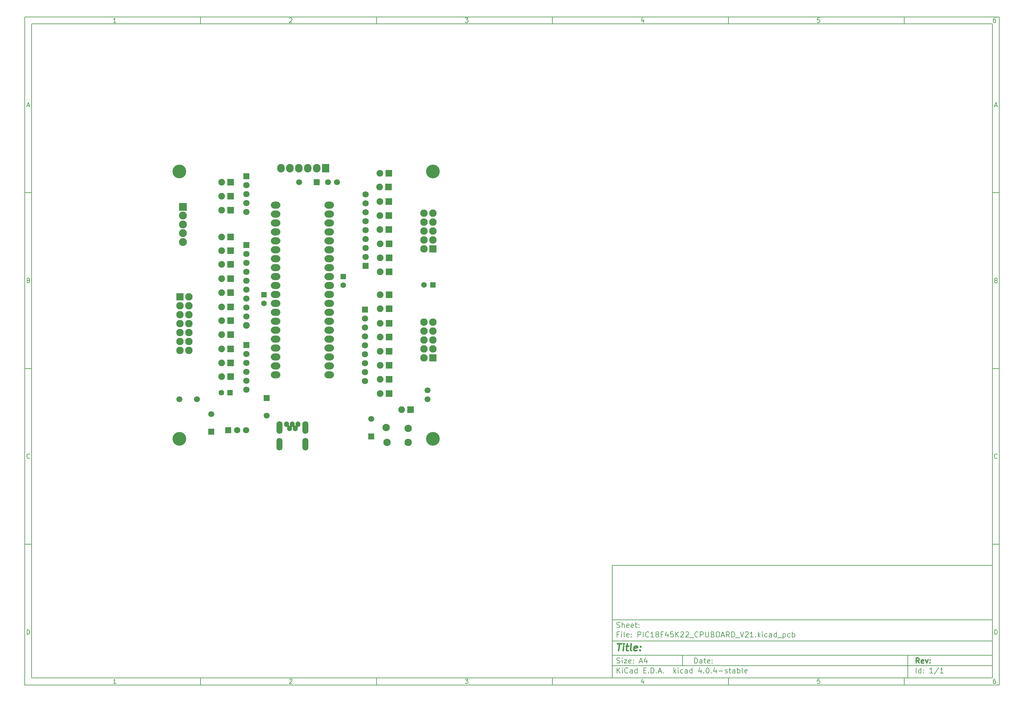
<source format=gbs>
G04 #@! TF.FileFunction,Soldermask,Bot*
%FSLAX46Y46*%
G04 Gerber Fmt 4.6, Leading zero omitted, Abs format (unit mm)*
G04 Created by KiCad (PCBNEW 4.0.4-stable) date 01/16/17 16:34:01*
%MOMM*%
%LPD*%
G01*
G04 APERTURE LIST*
%ADD10C,0.100000*%
%ADD11C,0.150000*%
%ADD12C,0.300000*%
%ADD13C,0.400000*%
%ADD14R,2.250000X2.250000*%
%ADD15C,2.250000*%
%ADD16R,1.900000X1.900000*%
%ADD17C,1.900000*%
%ADD18C,1.700000*%
%ADD19R,1.797000X1.797000*%
%ADD20C,1.797000*%
%ADD21C,3.900000*%
%ADD22C,1.924000*%
%ADD23R,2.127200X2.127200*%
%ADD24O,2.127200X2.127200*%
%ADD25O,1.400000X1.600000*%
%ADD26O,1.700000X3.600000*%
%ADD27R,2.127200X2.432000*%
%ADD28O,2.127200X2.432000*%
%ADD29C,2.100000*%
%ADD30R,1.700000X1.700000*%
%ADD31R,1.600000X1.600000*%
%ADD32C,1.600000*%
%ADD33O,2.700000X2.000000*%
G04 APERTURE END LIST*
D10*
D11*
X177002200Y-166007200D02*
X177002200Y-198007200D01*
X285002200Y-198007200D01*
X285002200Y-166007200D01*
X177002200Y-166007200D01*
D10*
D11*
X10000000Y-10000000D02*
X10000000Y-200007200D01*
X287002200Y-200007200D01*
X287002200Y-10000000D01*
X10000000Y-10000000D01*
D10*
D11*
X12000000Y-12000000D02*
X12000000Y-198007200D01*
X285002200Y-198007200D01*
X285002200Y-12000000D01*
X12000000Y-12000000D01*
D10*
D11*
X60000000Y-12000000D02*
X60000000Y-10000000D01*
D10*
D11*
X110000000Y-12000000D02*
X110000000Y-10000000D01*
D10*
D11*
X160000000Y-12000000D02*
X160000000Y-10000000D01*
D10*
D11*
X210000000Y-12000000D02*
X210000000Y-10000000D01*
D10*
D11*
X260000000Y-12000000D02*
X260000000Y-10000000D01*
D10*
D11*
X35990476Y-11588095D02*
X35247619Y-11588095D01*
X35619048Y-11588095D02*
X35619048Y-10288095D01*
X35495238Y-10473810D01*
X35371429Y-10597619D01*
X35247619Y-10659524D01*
D10*
D11*
X85247619Y-10411905D02*
X85309524Y-10350000D01*
X85433333Y-10288095D01*
X85742857Y-10288095D01*
X85866667Y-10350000D01*
X85928571Y-10411905D01*
X85990476Y-10535714D01*
X85990476Y-10659524D01*
X85928571Y-10845238D01*
X85185714Y-11588095D01*
X85990476Y-11588095D01*
D10*
D11*
X135185714Y-10288095D02*
X135990476Y-10288095D01*
X135557143Y-10783333D01*
X135742857Y-10783333D01*
X135866667Y-10845238D01*
X135928571Y-10907143D01*
X135990476Y-11030952D01*
X135990476Y-11340476D01*
X135928571Y-11464286D01*
X135866667Y-11526190D01*
X135742857Y-11588095D01*
X135371429Y-11588095D01*
X135247619Y-11526190D01*
X135185714Y-11464286D01*
D10*
D11*
X185866667Y-10721429D02*
X185866667Y-11588095D01*
X185557143Y-10226190D02*
X185247619Y-11154762D01*
X186052381Y-11154762D01*
D10*
D11*
X235928571Y-10288095D02*
X235309524Y-10288095D01*
X235247619Y-10907143D01*
X235309524Y-10845238D01*
X235433333Y-10783333D01*
X235742857Y-10783333D01*
X235866667Y-10845238D01*
X235928571Y-10907143D01*
X235990476Y-11030952D01*
X235990476Y-11340476D01*
X235928571Y-11464286D01*
X235866667Y-11526190D01*
X235742857Y-11588095D01*
X235433333Y-11588095D01*
X235309524Y-11526190D01*
X235247619Y-11464286D01*
D10*
D11*
X285866667Y-10288095D02*
X285619048Y-10288095D01*
X285495238Y-10350000D01*
X285433333Y-10411905D01*
X285309524Y-10597619D01*
X285247619Y-10845238D01*
X285247619Y-11340476D01*
X285309524Y-11464286D01*
X285371429Y-11526190D01*
X285495238Y-11588095D01*
X285742857Y-11588095D01*
X285866667Y-11526190D01*
X285928571Y-11464286D01*
X285990476Y-11340476D01*
X285990476Y-11030952D01*
X285928571Y-10907143D01*
X285866667Y-10845238D01*
X285742857Y-10783333D01*
X285495238Y-10783333D01*
X285371429Y-10845238D01*
X285309524Y-10907143D01*
X285247619Y-11030952D01*
D10*
D11*
X60000000Y-198007200D02*
X60000000Y-200007200D01*
D10*
D11*
X110000000Y-198007200D02*
X110000000Y-200007200D01*
D10*
D11*
X160000000Y-198007200D02*
X160000000Y-200007200D01*
D10*
D11*
X210000000Y-198007200D02*
X210000000Y-200007200D01*
D10*
D11*
X260000000Y-198007200D02*
X260000000Y-200007200D01*
D10*
D11*
X35990476Y-199595295D02*
X35247619Y-199595295D01*
X35619048Y-199595295D02*
X35619048Y-198295295D01*
X35495238Y-198481010D01*
X35371429Y-198604819D01*
X35247619Y-198666724D01*
D10*
D11*
X85247619Y-198419105D02*
X85309524Y-198357200D01*
X85433333Y-198295295D01*
X85742857Y-198295295D01*
X85866667Y-198357200D01*
X85928571Y-198419105D01*
X85990476Y-198542914D01*
X85990476Y-198666724D01*
X85928571Y-198852438D01*
X85185714Y-199595295D01*
X85990476Y-199595295D01*
D10*
D11*
X135185714Y-198295295D02*
X135990476Y-198295295D01*
X135557143Y-198790533D01*
X135742857Y-198790533D01*
X135866667Y-198852438D01*
X135928571Y-198914343D01*
X135990476Y-199038152D01*
X135990476Y-199347676D01*
X135928571Y-199471486D01*
X135866667Y-199533390D01*
X135742857Y-199595295D01*
X135371429Y-199595295D01*
X135247619Y-199533390D01*
X135185714Y-199471486D01*
D10*
D11*
X185866667Y-198728629D02*
X185866667Y-199595295D01*
X185557143Y-198233390D02*
X185247619Y-199161962D01*
X186052381Y-199161962D01*
D10*
D11*
X235928571Y-198295295D02*
X235309524Y-198295295D01*
X235247619Y-198914343D01*
X235309524Y-198852438D01*
X235433333Y-198790533D01*
X235742857Y-198790533D01*
X235866667Y-198852438D01*
X235928571Y-198914343D01*
X235990476Y-199038152D01*
X235990476Y-199347676D01*
X235928571Y-199471486D01*
X235866667Y-199533390D01*
X235742857Y-199595295D01*
X235433333Y-199595295D01*
X235309524Y-199533390D01*
X235247619Y-199471486D01*
D10*
D11*
X285866667Y-198295295D02*
X285619048Y-198295295D01*
X285495238Y-198357200D01*
X285433333Y-198419105D01*
X285309524Y-198604819D01*
X285247619Y-198852438D01*
X285247619Y-199347676D01*
X285309524Y-199471486D01*
X285371429Y-199533390D01*
X285495238Y-199595295D01*
X285742857Y-199595295D01*
X285866667Y-199533390D01*
X285928571Y-199471486D01*
X285990476Y-199347676D01*
X285990476Y-199038152D01*
X285928571Y-198914343D01*
X285866667Y-198852438D01*
X285742857Y-198790533D01*
X285495238Y-198790533D01*
X285371429Y-198852438D01*
X285309524Y-198914343D01*
X285247619Y-199038152D01*
D10*
D11*
X10000000Y-60000000D02*
X12000000Y-60000000D01*
D10*
D11*
X10000000Y-110000000D02*
X12000000Y-110000000D01*
D10*
D11*
X10000000Y-160000000D02*
X12000000Y-160000000D01*
D10*
D11*
X10690476Y-35216667D02*
X11309524Y-35216667D01*
X10566667Y-35588095D02*
X11000000Y-34288095D01*
X11433333Y-35588095D01*
D10*
D11*
X11092857Y-84907143D02*
X11278571Y-84969048D01*
X11340476Y-85030952D01*
X11402381Y-85154762D01*
X11402381Y-85340476D01*
X11340476Y-85464286D01*
X11278571Y-85526190D01*
X11154762Y-85588095D01*
X10659524Y-85588095D01*
X10659524Y-84288095D01*
X11092857Y-84288095D01*
X11216667Y-84350000D01*
X11278571Y-84411905D01*
X11340476Y-84535714D01*
X11340476Y-84659524D01*
X11278571Y-84783333D01*
X11216667Y-84845238D01*
X11092857Y-84907143D01*
X10659524Y-84907143D01*
D10*
D11*
X11402381Y-135464286D02*
X11340476Y-135526190D01*
X11154762Y-135588095D01*
X11030952Y-135588095D01*
X10845238Y-135526190D01*
X10721429Y-135402381D01*
X10659524Y-135278571D01*
X10597619Y-135030952D01*
X10597619Y-134845238D01*
X10659524Y-134597619D01*
X10721429Y-134473810D01*
X10845238Y-134350000D01*
X11030952Y-134288095D01*
X11154762Y-134288095D01*
X11340476Y-134350000D01*
X11402381Y-134411905D01*
D10*
D11*
X10659524Y-185588095D02*
X10659524Y-184288095D01*
X10969048Y-184288095D01*
X11154762Y-184350000D01*
X11278571Y-184473810D01*
X11340476Y-184597619D01*
X11402381Y-184845238D01*
X11402381Y-185030952D01*
X11340476Y-185278571D01*
X11278571Y-185402381D01*
X11154762Y-185526190D01*
X10969048Y-185588095D01*
X10659524Y-185588095D01*
D10*
D11*
X287002200Y-60000000D02*
X285002200Y-60000000D01*
D10*
D11*
X287002200Y-110000000D02*
X285002200Y-110000000D01*
D10*
D11*
X287002200Y-160000000D02*
X285002200Y-160000000D01*
D10*
D11*
X285692676Y-35216667D02*
X286311724Y-35216667D01*
X285568867Y-35588095D02*
X286002200Y-34288095D01*
X286435533Y-35588095D01*
D10*
D11*
X286095057Y-84907143D02*
X286280771Y-84969048D01*
X286342676Y-85030952D01*
X286404581Y-85154762D01*
X286404581Y-85340476D01*
X286342676Y-85464286D01*
X286280771Y-85526190D01*
X286156962Y-85588095D01*
X285661724Y-85588095D01*
X285661724Y-84288095D01*
X286095057Y-84288095D01*
X286218867Y-84350000D01*
X286280771Y-84411905D01*
X286342676Y-84535714D01*
X286342676Y-84659524D01*
X286280771Y-84783333D01*
X286218867Y-84845238D01*
X286095057Y-84907143D01*
X285661724Y-84907143D01*
D10*
D11*
X286404581Y-135464286D02*
X286342676Y-135526190D01*
X286156962Y-135588095D01*
X286033152Y-135588095D01*
X285847438Y-135526190D01*
X285723629Y-135402381D01*
X285661724Y-135278571D01*
X285599819Y-135030952D01*
X285599819Y-134845238D01*
X285661724Y-134597619D01*
X285723629Y-134473810D01*
X285847438Y-134350000D01*
X286033152Y-134288095D01*
X286156962Y-134288095D01*
X286342676Y-134350000D01*
X286404581Y-134411905D01*
D10*
D11*
X285661724Y-185588095D02*
X285661724Y-184288095D01*
X285971248Y-184288095D01*
X286156962Y-184350000D01*
X286280771Y-184473810D01*
X286342676Y-184597619D01*
X286404581Y-184845238D01*
X286404581Y-185030952D01*
X286342676Y-185278571D01*
X286280771Y-185402381D01*
X286156962Y-185526190D01*
X285971248Y-185588095D01*
X285661724Y-185588095D01*
D10*
D11*
X200359343Y-193785771D02*
X200359343Y-192285771D01*
X200716486Y-192285771D01*
X200930771Y-192357200D01*
X201073629Y-192500057D01*
X201145057Y-192642914D01*
X201216486Y-192928629D01*
X201216486Y-193142914D01*
X201145057Y-193428629D01*
X201073629Y-193571486D01*
X200930771Y-193714343D01*
X200716486Y-193785771D01*
X200359343Y-193785771D01*
X202502200Y-193785771D02*
X202502200Y-193000057D01*
X202430771Y-192857200D01*
X202287914Y-192785771D01*
X202002200Y-192785771D01*
X201859343Y-192857200D01*
X202502200Y-193714343D02*
X202359343Y-193785771D01*
X202002200Y-193785771D01*
X201859343Y-193714343D01*
X201787914Y-193571486D01*
X201787914Y-193428629D01*
X201859343Y-193285771D01*
X202002200Y-193214343D01*
X202359343Y-193214343D01*
X202502200Y-193142914D01*
X203002200Y-192785771D02*
X203573629Y-192785771D01*
X203216486Y-192285771D02*
X203216486Y-193571486D01*
X203287914Y-193714343D01*
X203430772Y-193785771D01*
X203573629Y-193785771D01*
X204645057Y-193714343D02*
X204502200Y-193785771D01*
X204216486Y-193785771D01*
X204073629Y-193714343D01*
X204002200Y-193571486D01*
X204002200Y-193000057D01*
X204073629Y-192857200D01*
X204216486Y-192785771D01*
X204502200Y-192785771D01*
X204645057Y-192857200D01*
X204716486Y-193000057D01*
X204716486Y-193142914D01*
X204002200Y-193285771D01*
X205359343Y-193642914D02*
X205430771Y-193714343D01*
X205359343Y-193785771D01*
X205287914Y-193714343D01*
X205359343Y-193642914D01*
X205359343Y-193785771D01*
X205359343Y-192857200D02*
X205430771Y-192928629D01*
X205359343Y-193000057D01*
X205287914Y-192928629D01*
X205359343Y-192857200D01*
X205359343Y-193000057D01*
D10*
D11*
X177002200Y-194507200D02*
X285002200Y-194507200D01*
D10*
D11*
X178359343Y-196585771D02*
X178359343Y-195085771D01*
X179216486Y-196585771D02*
X178573629Y-195728629D01*
X179216486Y-195085771D02*
X178359343Y-195942914D01*
X179859343Y-196585771D02*
X179859343Y-195585771D01*
X179859343Y-195085771D02*
X179787914Y-195157200D01*
X179859343Y-195228629D01*
X179930771Y-195157200D01*
X179859343Y-195085771D01*
X179859343Y-195228629D01*
X181430772Y-196442914D02*
X181359343Y-196514343D01*
X181145057Y-196585771D01*
X181002200Y-196585771D01*
X180787915Y-196514343D01*
X180645057Y-196371486D01*
X180573629Y-196228629D01*
X180502200Y-195942914D01*
X180502200Y-195728629D01*
X180573629Y-195442914D01*
X180645057Y-195300057D01*
X180787915Y-195157200D01*
X181002200Y-195085771D01*
X181145057Y-195085771D01*
X181359343Y-195157200D01*
X181430772Y-195228629D01*
X182716486Y-196585771D02*
X182716486Y-195800057D01*
X182645057Y-195657200D01*
X182502200Y-195585771D01*
X182216486Y-195585771D01*
X182073629Y-195657200D01*
X182716486Y-196514343D02*
X182573629Y-196585771D01*
X182216486Y-196585771D01*
X182073629Y-196514343D01*
X182002200Y-196371486D01*
X182002200Y-196228629D01*
X182073629Y-196085771D01*
X182216486Y-196014343D01*
X182573629Y-196014343D01*
X182716486Y-195942914D01*
X184073629Y-196585771D02*
X184073629Y-195085771D01*
X184073629Y-196514343D02*
X183930772Y-196585771D01*
X183645058Y-196585771D01*
X183502200Y-196514343D01*
X183430772Y-196442914D01*
X183359343Y-196300057D01*
X183359343Y-195871486D01*
X183430772Y-195728629D01*
X183502200Y-195657200D01*
X183645058Y-195585771D01*
X183930772Y-195585771D01*
X184073629Y-195657200D01*
X185930772Y-195800057D02*
X186430772Y-195800057D01*
X186645058Y-196585771D02*
X185930772Y-196585771D01*
X185930772Y-195085771D01*
X186645058Y-195085771D01*
X187287915Y-196442914D02*
X187359343Y-196514343D01*
X187287915Y-196585771D01*
X187216486Y-196514343D01*
X187287915Y-196442914D01*
X187287915Y-196585771D01*
X188002201Y-196585771D02*
X188002201Y-195085771D01*
X188359344Y-195085771D01*
X188573629Y-195157200D01*
X188716487Y-195300057D01*
X188787915Y-195442914D01*
X188859344Y-195728629D01*
X188859344Y-195942914D01*
X188787915Y-196228629D01*
X188716487Y-196371486D01*
X188573629Y-196514343D01*
X188359344Y-196585771D01*
X188002201Y-196585771D01*
X189502201Y-196442914D02*
X189573629Y-196514343D01*
X189502201Y-196585771D01*
X189430772Y-196514343D01*
X189502201Y-196442914D01*
X189502201Y-196585771D01*
X190145058Y-196157200D02*
X190859344Y-196157200D01*
X190002201Y-196585771D02*
X190502201Y-195085771D01*
X191002201Y-196585771D01*
X191502201Y-196442914D02*
X191573629Y-196514343D01*
X191502201Y-196585771D01*
X191430772Y-196514343D01*
X191502201Y-196442914D01*
X191502201Y-196585771D01*
X194502201Y-196585771D02*
X194502201Y-195085771D01*
X194645058Y-196014343D02*
X195073629Y-196585771D01*
X195073629Y-195585771D02*
X194502201Y-196157200D01*
X195716487Y-196585771D02*
X195716487Y-195585771D01*
X195716487Y-195085771D02*
X195645058Y-195157200D01*
X195716487Y-195228629D01*
X195787915Y-195157200D01*
X195716487Y-195085771D01*
X195716487Y-195228629D01*
X197073630Y-196514343D02*
X196930773Y-196585771D01*
X196645059Y-196585771D01*
X196502201Y-196514343D01*
X196430773Y-196442914D01*
X196359344Y-196300057D01*
X196359344Y-195871486D01*
X196430773Y-195728629D01*
X196502201Y-195657200D01*
X196645059Y-195585771D01*
X196930773Y-195585771D01*
X197073630Y-195657200D01*
X198359344Y-196585771D02*
X198359344Y-195800057D01*
X198287915Y-195657200D01*
X198145058Y-195585771D01*
X197859344Y-195585771D01*
X197716487Y-195657200D01*
X198359344Y-196514343D02*
X198216487Y-196585771D01*
X197859344Y-196585771D01*
X197716487Y-196514343D01*
X197645058Y-196371486D01*
X197645058Y-196228629D01*
X197716487Y-196085771D01*
X197859344Y-196014343D01*
X198216487Y-196014343D01*
X198359344Y-195942914D01*
X199716487Y-196585771D02*
X199716487Y-195085771D01*
X199716487Y-196514343D02*
X199573630Y-196585771D01*
X199287916Y-196585771D01*
X199145058Y-196514343D01*
X199073630Y-196442914D01*
X199002201Y-196300057D01*
X199002201Y-195871486D01*
X199073630Y-195728629D01*
X199145058Y-195657200D01*
X199287916Y-195585771D01*
X199573630Y-195585771D01*
X199716487Y-195657200D01*
X202216487Y-195585771D02*
X202216487Y-196585771D01*
X201859344Y-195014343D02*
X201502201Y-196085771D01*
X202430773Y-196085771D01*
X203002201Y-196442914D02*
X203073629Y-196514343D01*
X203002201Y-196585771D01*
X202930772Y-196514343D01*
X203002201Y-196442914D01*
X203002201Y-196585771D01*
X204002201Y-195085771D02*
X204145058Y-195085771D01*
X204287915Y-195157200D01*
X204359344Y-195228629D01*
X204430773Y-195371486D01*
X204502201Y-195657200D01*
X204502201Y-196014343D01*
X204430773Y-196300057D01*
X204359344Y-196442914D01*
X204287915Y-196514343D01*
X204145058Y-196585771D01*
X204002201Y-196585771D01*
X203859344Y-196514343D01*
X203787915Y-196442914D01*
X203716487Y-196300057D01*
X203645058Y-196014343D01*
X203645058Y-195657200D01*
X203716487Y-195371486D01*
X203787915Y-195228629D01*
X203859344Y-195157200D01*
X204002201Y-195085771D01*
X205145058Y-196442914D02*
X205216486Y-196514343D01*
X205145058Y-196585771D01*
X205073629Y-196514343D01*
X205145058Y-196442914D01*
X205145058Y-196585771D01*
X206502201Y-195585771D02*
X206502201Y-196585771D01*
X206145058Y-195014343D02*
X205787915Y-196085771D01*
X206716487Y-196085771D01*
X207287915Y-196014343D02*
X208430772Y-196014343D01*
X209073629Y-196514343D02*
X209216486Y-196585771D01*
X209502201Y-196585771D01*
X209645058Y-196514343D01*
X209716486Y-196371486D01*
X209716486Y-196300057D01*
X209645058Y-196157200D01*
X209502201Y-196085771D01*
X209287915Y-196085771D01*
X209145058Y-196014343D01*
X209073629Y-195871486D01*
X209073629Y-195800057D01*
X209145058Y-195657200D01*
X209287915Y-195585771D01*
X209502201Y-195585771D01*
X209645058Y-195657200D01*
X210145058Y-195585771D02*
X210716487Y-195585771D01*
X210359344Y-195085771D02*
X210359344Y-196371486D01*
X210430772Y-196514343D01*
X210573630Y-196585771D01*
X210716487Y-196585771D01*
X211859344Y-196585771D02*
X211859344Y-195800057D01*
X211787915Y-195657200D01*
X211645058Y-195585771D01*
X211359344Y-195585771D01*
X211216487Y-195657200D01*
X211859344Y-196514343D02*
X211716487Y-196585771D01*
X211359344Y-196585771D01*
X211216487Y-196514343D01*
X211145058Y-196371486D01*
X211145058Y-196228629D01*
X211216487Y-196085771D01*
X211359344Y-196014343D01*
X211716487Y-196014343D01*
X211859344Y-195942914D01*
X212573630Y-196585771D02*
X212573630Y-195085771D01*
X212573630Y-195657200D02*
X212716487Y-195585771D01*
X213002201Y-195585771D01*
X213145058Y-195657200D01*
X213216487Y-195728629D01*
X213287916Y-195871486D01*
X213287916Y-196300057D01*
X213216487Y-196442914D01*
X213145058Y-196514343D01*
X213002201Y-196585771D01*
X212716487Y-196585771D01*
X212573630Y-196514343D01*
X214145059Y-196585771D02*
X214002201Y-196514343D01*
X213930773Y-196371486D01*
X213930773Y-195085771D01*
X215287915Y-196514343D02*
X215145058Y-196585771D01*
X214859344Y-196585771D01*
X214716487Y-196514343D01*
X214645058Y-196371486D01*
X214645058Y-195800057D01*
X214716487Y-195657200D01*
X214859344Y-195585771D01*
X215145058Y-195585771D01*
X215287915Y-195657200D01*
X215359344Y-195800057D01*
X215359344Y-195942914D01*
X214645058Y-196085771D01*
D10*
D11*
X177002200Y-191507200D02*
X285002200Y-191507200D01*
D10*
D12*
X264216486Y-193785771D02*
X263716486Y-193071486D01*
X263359343Y-193785771D02*
X263359343Y-192285771D01*
X263930771Y-192285771D01*
X264073629Y-192357200D01*
X264145057Y-192428629D01*
X264216486Y-192571486D01*
X264216486Y-192785771D01*
X264145057Y-192928629D01*
X264073629Y-193000057D01*
X263930771Y-193071486D01*
X263359343Y-193071486D01*
X265430771Y-193714343D02*
X265287914Y-193785771D01*
X265002200Y-193785771D01*
X264859343Y-193714343D01*
X264787914Y-193571486D01*
X264787914Y-193000057D01*
X264859343Y-192857200D01*
X265002200Y-192785771D01*
X265287914Y-192785771D01*
X265430771Y-192857200D01*
X265502200Y-193000057D01*
X265502200Y-193142914D01*
X264787914Y-193285771D01*
X266002200Y-192785771D02*
X266359343Y-193785771D01*
X266716485Y-192785771D01*
X267287914Y-193642914D02*
X267359342Y-193714343D01*
X267287914Y-193785771D01*
X267216485Y-193714343D01*
X267287914Y-193642914D01*
X267287914Y-193785771D01*
X267287914Y-192857200D02*
X267359342Y-192928629D01*
X267287914Y-193000057D01*
X267216485Y-192928629D01*
X267287914Y-192857200D01*
X267287914Y-193000057D01*
D10*
D11*
X178287914Y-193714343D02*
X178502200Y-193785771D01*
X178859343Y-193785771D01*
X179002200Y-193714343D01*
X179073629Y-193642914D01*
X179145057Y-193500057D01*
X179145057Y-193357200D01*
X179073629Y-193214343D01*
X179002200Y-193142914D01*
X178859343Y-193071486D01*
X178573629Y-193000057D01*
X178430771Y-192928629D01*
X178359343Y-192857200D01*
X178287914Y-192714343D01*
X178287914Y-192571486D01*
X178359343Y-192428629D01*
X178430771Y-192357200D01*
X178573629Y-192285771D01*
X178930771Y-192285771D01*
X179145057Y-192357200D01*
X179787914Y-193785771D02*
X179787914Y-192785771D01*
X179787914Y-192285771D02*
X179716485Y-192357200D01*
X179787914Y-192428629D01*
X179859342Y-192357200D01*
X179787914Y-192285771D01*
X179787914Y-192428629D01*
X180359343Y-192785771D02*
X181145057Y-192785771D01*
X180359343Y-193785771D01*
X181145057Y-193785771D01*
X182287914Y-193714343D02*
X182145057Y-193785771D01*
X181859343Y-193785771D01*
X181716486Y-193714343D01*
X181645057Y-193571486D01*
X181645057Y-193000057D01*
X181716486Y-192857200D01*
X181859343Y-192785771D01*
X182145057Y-192785771D01*
X182287914Y-192857200D01*
X182359343Y-193000057D01*
X182359343Y-193142914D01*
X181645057Y-193285771D01*
X183002200Y-193642914D02*
X183073628Y-193714343D01*
X183002200Y-193785771D01*
X182930771Y-193714343D01*
X183002200Y-193642914D01*
X183002200Y-193785771D01*
X183002200Y-192857200D02*
X183073628Y-192928629D01*
X183002200Y-193000057D01*
X182930771Y-192928629D01*
X183002200Y-192857200D01*
X183002200Y-193000057D01*
X184787914Y-193357200D02*
X185502200Y-193357200D01*
X184645057Y-193785771D02*
X185145057Y-192285771D01*
X185645057Y-193785771D01*
X186787914Y-192785771D02*
X186787914Y-193785771D01*
X186430771Y-192214343D02*
X186073628Y-193285771D01*
X187002200Y-193285771D01*
D10*
D11*
X263359343Y-196585771D02*
X263359343Y-195085771D01*
X264716486Y-196585771D02*
X264716486Y-195085771D01*
X264716486Y-196514343D02*
X264573629Y-196585771D01*
X264287915Y-196585771D01*
X264145057Y-196514343D01*
X264073629Y-196442914D01*
X264002200Y-196300057D01*
X264002200Y-195871486D01*
X264073629Y-195728629D01*
X264145057Y-195657200D01*
X264287915Y-195585771D01*
X264573629Y-195585771D01*
X264716486Y-195657200D01*
X265430772Y-196442914D02*
X265502200Y-196514343D01*
X265430772Y-196585771D01*
X265359343Y-196514343D01*
X265430772Y-196442914D01*
X265430772Y-196585771D01*
X265430772Y-195657200D02*
X265502200Y-195728629D01*
X265430772Y-195800057D01*
X265359343Y-195728629D01*
X265430772Y-195657200D01*
X265430772Y-195800057D01*
X268073629Y-196585771D02*
X267216486Y-196585771D01*
X267645058Y-196585771D02*
X267645058Y-195085771D01*
X267502201Y-195300057D01*
X267359343Y-195442914D01*
X267216486Y-195514343D01*
X269787914Y-195014343D02*
X268502200Y-196942914D01*
X271073629Y-196585771D02*
X270216486Y-196585771D01*
X270645058Y-196585771D02*
X270645058Y-195085771D01*
X270502201Y-195300057D01*
X270359343Y-195442914D01*
X270216486Y-195514343D01*
D10*
D11*
X177002200Y-187507200D02*
X285002200Y-187507200D01*
D10*
D13*
X178454581Y-188211962D02*
X179597438Y-188211962D01*
X178776010Y-190211962D02*
X179026010Y-188211962D01*
X180014105Y-190211962D02*
X180180771Y-188878629D01*
X180264105Y-188211962D02*
X180156962Y-188307200D01*
X180240295Y-188402438D01*
X180347439Y-188307200D01*
X180264105Y-188211962D01*
X180240295Y-188402438D01*
X180847438Y-188878629D02*
X181609343Y-188878629D01*
X181216486Y-188211962D02*
X181002200Y-189926248D01*
X181073630Y-190116724D01*
X181252201Y-190211962D01*
X181442677Y-190211962D01*
X182395058Y-190211962D02*
X182216487Y-190116724D01*
X182145057Y-189926248D01*
X182359343Y-188211962D01*
X183930772Y-190116724D02*
X183728391Y-190211962D01*
X183347439Y-190211962D01*
X183168867Y-190116724D01*
X183097438Y-189926248D01*
X183192676Y-189164343D01*
X183311724Y-188973867D01*
X183514105Y-188878629D01*
X183895057Y-188878629D01*
X184073629Y-188973867D01*
X184145057Y-189164343D01*
X184121248Y-189354819D01*
X183145057Y-189545295D01*
X184895057Y-190021486D02*
X184978392Y-190116724D01*
X184871248Y-190211962D01*
X184787915Y-190116724D01*
X184895057Y-190021486D01*
X184871248Y-190211962D01*
X185026010Y-188973867D02*
X185109344Y-189069105D01*
X185002200Y-189164343D01*
X184918867Y-189069105D01*
X185026010Y-188973867D01*
X185002200Y-189164343D01*
D10*
D11*
X178859343Y-185600057D02*
X178359343Y-185600057D01*
X178359343Y-186385771D02*
X178359343Y-184885771D01*
X179073629Y-184885771D01*
X179645057Y-186385771D02*
X179645057Y-185385771D01*
X179645057Y-184885771D02*
X179573628Y-184957200D01*
X179645057Y-185028629D01*
X179716485Y-184957200D01*
X179645057Y-184885771D01*
X179645057Y-185028629D01*
X180573629Y-186385771D02*
X180430771Y-186314343D01*
X180359343Y-186171486D01*
X180359343Y-184885771D01*
X181716485Y-186314343D02*
X181573628Y-186385771D01*
X181287914Y-186385771D01*
X181145057Y-186314343D01*
X181073628Y-186171486D01*
X181073628Y-185600057D01*
X181145057Y-185457200D01*
X181287914Y-185385771D01*
X181573628Y-185385771D01*
X181716485Y-185457200D01*
X181787914Y-185600057D01*
X181787914Y-185742914D01*
X181073628Y-185885771D01*
X182430771Y-186242914D02*
X182502199Y-186314343D01*
X182430771Y-186385771D01*
X182359342Y-186314343D01*
X182430771Y-186242914D01*
X182430771Y-186385771D01*
X182430771Y-185457200D02*
X182502199Y-185528629D01*
X182430771Y-185600057D01*
X182359342Y-185528629D01*
X182430771Y-185457200D01*
X182430771Y-185600057D01*
X184287914Y-186385771D02*
X184287914Y-184885771D01*
X184859342Y-184885771D01*
X185002200Y-184957200D01*
X185073628Y-185028629D01*
X185145057Y-185171486D01*
X185145057Y-185385771D01*
X185073628Y-185528629D01*
X185002200Y-185600057D01*
X184859342Y-185671486D01*
X184287914Y-185671486D01*
X185787914Y-186385771D02*
X185787914Y-184885771D01*
X187359343Y-186242914D02*
X187287914Y-186314343D01*
X187073628Y-186385771D01*
X186930771Y-186385771D01*
X186716486Y-186314343D01*
X186573628Y-186171486D01*
X186502200Y-186028629D01*
X186430771Y-185742914D01*
X186430771Y-185528629D01*
X186502200Y-185242914D01*
X186573628Y-185100057D01*
X186716486Y-184957200D01*
X186930771Y-184885771D01*
X187073628Y-184885771D01*
X187287914Y-184957200D01*
X187359343Y-185028629D01*
X188787914Y-186385771D02*
X187930771Y-186385771D01*
X188359343Y-186385771D02*
X188359343Y-184885771D01*
X188216486Y-185100057D01*
X188073628Y-185242914D01*
X187930771Y-185314343D01*
X189645057Y-185528629D02*
X189502199Y-185457200D01*
X189430771Y-185385771D01*
X189359342Y-185242914D01*
X189359342Y-185171486D01*
X189430771Y-185028629D01*
X189502199Y-184957200D01*
X189645057Y-184885771D01*
X189930771Y-184885771D01*
X190073628Y-184957200D01*
X190145057Y-185028629D01*
X190216485Y-185171486D01*
X190216485Y-185242914D01*
X190145057Y-185385771D01*
X190073628Y-185457200D01*
X189930771Y-185528629D01*
X189645057Y-185528629D01*
X189502199Y-185600057D01*
X189430771Y-185671486D01*
X189359342Y-185814343D01*
X189359342Y-186100057D01*
X189430771Y-186242914D01*
X189502199Y-186314343D01*
X189645057Y-186385771D01*
X189930771Y-186385771D01*
X190073628Y-186314343D01*
X190145057Y-186242914D01*
X190216485Y-186100057D01*
X190216485Y-185814343D01*
X190145057Y-185671486D01*
X190073628Y-185600057D01*
X189930771Y-185528629D01*
X191359342Y-185600057D02*
X190859342Y-185600057D01*
X190859342Y-186385771D02*
X190859342Y-184885771D01*
X191573628Y-184885771D01*
X192787913Y-185385771D02*
X192787913Y-186385771D01*
X192430770Y-184814343D02*
X192073627Y-185885771D01*
X193002199Y-185885771D01*
X194287913Y-184885771D02*
X193573627Y-184885771D01*
X193502198Y-185600057D01*
X193573627Y-185528629D01*
X193716484Y-185457200D01*
X194073627Y-185457200D01*
X194216484Y-185528629D01*
X194287913Y-185600057D01*
X194359341Y-185742914D01*
X194359341Y-186100057D01*
X194287913Y-186242914D01*
X194216484Y-186314343D01*
X194073627Y-186385771D01*
X193716484Y-186385771D01*
X193573627Y-186314343D01*
X193502198Y-186242914D01*
X195002198Y-186385771D02*
X195002198Y-184885771D01*
X195859341Y-186385771D02*
X195216484Y-185528629D01*
X195859341Y-184885771D02*
X195002198Y-185742914D01*
X196430769Y-185028629D02*
X196502198Y-184957200D01*
X196645055Y-184885771D01*
X197002198Y-184885771D01*
X197145055Y-184957200D01*
X197216484Y-185028629D01*
X197287912Y-185171486D01*
X197287912Y-185314343D01*
X197216484Y-185528629D01*
X196359341Y-186385771D01*
X197287912Y-186385771D01*
X197859340Y-185028629D02*
X197930769Y-184957200D01*
X198073626Y-184885771D01*
X198430769Y-184885771D01*
X198573626Y-184957200D01*
X198645055Y-185028629D01*
X198716483Y-185171486D01*
X198716483Y-185314343D01*
X198645055Y-185528629D01*
X197787912Y-186385771D01*
X198716483Y-186385771D01*
X199002197Y-186528629D02*
X200145054Y-186528629D01*
X201359340Y-186242914D02*
X201287911Y-186314343D01*
X201073625Y-186385771D01*
X200930768Y-186385771D01*
X200716483Y-186314343D01*
X200573625Y-186171486D01*
X200502197Y-186028629D01*
X200430768Y-185742914D01*
X200430768Y-185528629D01*
X200502197Y-185242914D01*
X200573625Y-185100057D01*
X200716483Y-184957200D01*
X200930768Y-184885771D01*
X201073625Y-184885771D01*
X201287911Y-184957200D01*
X201359340Y-185028629D01*
X202002197Y-186385771D02*
X202002197Y-184885771D01*
X202573625Y-184885771D01*
X202716483Y-184957200D01*
X202787911Y-185028629D01*
X202859340Y-185171486D01*
X202859340Y-185385771D01*
X202787911Y-185528629D01*
X202716483Y-185600057D01*
X202573625Y-185671486D01*
X202002197Y-185671486D01*
X203502197Y-184885771D02*
X203502197Y-186100057D01*
X203573625Y-186242914D01*
X203645054Y-186314343D01*
X203787911Y-186385771D01*
X204073625Y-186385771D01*
X204216483Y-186314343D01*
X204287911Y-186242914D01*
X204359340Y-186100057D01*
X204359340Y-184885771D01*
X205573626Y-185600057D02*
X205787912Y-185671486D01*
X205859340Y-185742914D01*
X205930769Y-185885771D01*
X205930769Y-186100057D01*
X205859340Y-186242914D01*
X205787912Y-186314343D01*
X205645054Y-186385771D01*
X205073626Y-186385771D01*
X205073626Y-184885771D01*
X205573626Y-184885771D01*
X205716483Y-184957200D01*
X205787912Y-185028629D01*
X205859340Y-185171486D01*
X205859340Y-185314343D01*
X205787912Y-185457200D01*
X205716483Y-185528629D01*
X205573626Y-185600057D01*
X205073626Y-185600057D01*
X206859340Y-184885771D02*
X207145054Y-184885771D01*
X207287912Y-184957200D01*
X207430769Y-185100057D01*
X207502197Y-185385771D01*
X207502197Y-185885771D01*
X207430769Y-186171486D01*
X207287912Y-186314343D01*
X207145054Y-186385771D01*
X206859340Y-186385771D01*
X206716483Y-186314343D01*
X206573626Y-186171486D01*
X206502197Y-185885771D01*
X206502197Y-185385771D01*
X206573626Y-185100057D01*
X206716483Y-184957200D01*
X206859340Y-184885771D01*
X208073626Y-185957200D02*
X208787912Y-185957200D01*
X207930769Y-186385771D02*
X208430769Y-184885771D01*
X208930769Y-186385771D01*
X210287912Y-186385771D02*
X209787912Y-185671486D01*
X209430769Y-186385771D02*
X209430769Y-184885771D01*
X210002197Y-184885771D01*
X210145055Y-184957200D01*
X210216483Y-185028629D01*
X210287912Y-185171486D01*
X210287912Y-185385771D01*
X210216483Y-185528629D01*
X210145055Y-185600057D01*
X210002197Y-185671486D01*
X209430769Y-185671486D01*
X210930769Y-186385771D02*
X210930769Y-184885771D01*
X211287912Y-184885771D01*
X211502197Y-184957200D01*
X211645055Y-185100057D01*
X211716483Y-185242914D01*
X211787912Y-185528629D01*
X211787912Y-185742914D01*
X211716483Y-186028629D01*
X211645055Y-186171486D01*
X211502197Y-186314343D01*
X211287912Y-186385771D01*
X210930769Y-186385771D01*
X212073626Y-186528629D02*
X213216483Y-186528629D01*
X213359340Y-184885771D02*
X213859340Y-186385771D01*
X214359340Y-184885771D01*
X214787911Y-185028629D02*
X214859340Y-184957200D01*
X215002197Y-184885771D01*
X215359340Y-184885771D01*
X215502197Y-184957200D01*
X215573626Y-185028629D01*
X215645054Y-185171486D01*
X215645054Y-185314343D01*
X215573626Y-185528629D01*
X214716483Y-186385771D01*
X215645054Y-186385771D01*
X217073625Y-186385771D02*
X216216482Y-186385771D01*
X216645054Y-186385771D02*
X216645054Y-184885771D01*
X216502197Y-185100057D01*
X216359339Y-185242914D01*
X216216482Y-185314343D01*
X217716482Y-186242914D02*
X217787910Y-186314343D01*
X217716482Y-186385771D01*
X217645053Y-186314343D01*
X217716482Y-186242914D01*
X217716482Y-186385771D01*
X218430768Y-186385771D02*
X218430768Y-184885771D01*
X218573625Y-185814343D02*
X219002196Y-186385771D01*
X219002196Y-185385771D02*
X218430768Y-185957200D01*
X219645054Y-186385771D02*
X219645054Y-185385771D01*
X219645054Y-184885771D02*
X219573625Y-184957200D01*
X219645054Y-185028629D01*
X219716482Y-184957200D01*
X219645054Y-184885771D01*
X219645054Y-185028629D01*
X221002197Y-186314343D02*
X220859340Y-186385771D01*
X220573626Y-186385771D01*
X220430768Y-186314343D01*
X220359340Y-186242914D01*
X220287911Y-186100057D01*
X220287911Y-185671486D01*
X220359340Y-185528629D01*
X220430768Y-185457200D01*
X220573626Y-185385771D01*
X220859340Y-185385771D01*
X221002197Y-185457200D01*
X222287911Y-186385771D02*
X222287911Y-185600057D01*
X222216482Y-185457200D01*
X222073625Y-185385771D01*
X221787911Y-185385771D01*
X221645054Y-185457200D01*
X222287911Y-186314343D02*
X222145054Y-186385771D01*
X221787911Y-186385771D01*
X221645054Y-186314343D01*
X221573625Y-186171486D01*
X221573625Y-186028629D01*
X221645054Y-185885771D01*
X221787911Y-185814343D01*
X222145054Y-185814343D01*
X222287911Y-185742914D01*
X223645054Y-186385771D02*
X223645054Y-184885771D01*
X223645054Y-186314343D02*
X223502197Y-186385771D01*
X223216483Y-186385771D01*
X223073625Y-186314343D01*
X223002197Y-186242914D01*
X222930768Y-186100057D01*
X222930768Y-185671486D01*
X223002197Y-185528629D01*
X223073625Y-185457200D01*
X223216483Y-185385771D01*
X223502197Y-185385771D01*
X223645054Y-185457200D01*
X224002197Y-186528629D02*
X225145054Y-186528629D01*
X225502197Y-185385771D02*
X225502197Y-186885771D01*
X225502197Y-185457200D02*
X225645054Y-185385771D01*
X225930768Y-185385771D01*
X226073625Y-185457200D01*
X226145054Y-185528629D01*
X226216483Y-185671486D01*
X226216483Y-186100057D01*
X226145054Y-186242914D01*
X226073625Y-186314343D01*
X225930768Y-186385771D01*
X225645054Y-186385771D01*
X225502197Y-186314343D01*
X227502197Y-186314343D02*
X227359340Y-186385771D01*
X227073626Y-186385771D01*
X226930768Y-186314343D01*
X226859340Y-186242914D01*
X226787911Y-186100057D01*
X226787911Y-185671486D01*
X226859340Y-185528629D01*
X226930768Y-185457200D01*
X227073626Y-185385771D01*
X227359340Y-185385771D01*
X227502197Y-185457200D01*
X228145054Y-186385771D02*
X228145054Y-184885771D01*
X228145054Y-185457200D02*
X228287911Y-185385771D01*
X228573625Y-185385771D01*
X228716482Y-185457200D01*
X228787911Y-185528629D01*
X228859340Y-185671486D01*
X228859340Y-186100057D01*
X228787911Y-186242914D01*
X228716482Y-186314343D01*
X228573625Y-186385771D01*
X228287911Y-186385771D01*
X228145054Y-186314343D01*
D10*
D11*
X177002200Y-181507200D02*
X285002200Y-181507200D01*
D10*
D11*
X178287914Y-183614343D02*
X178502200Y-183685771D01*
X178859343Y-183685771D01*
X179002200Y-183614343D01*
X179073629Y-183542914D01*
X179145057Y-183400057D01*
X179145057Y-183257200D01*
X179073629Y-183114343D01*
X179002200Y-183042914D01*
X178859343Y-182971486D01*
X178573629Y-182900057D01*
X178430771Y-182828629D01*
X178359343Y-182757200D01*
X178287914Y-182614343D01*
X178287914Y-182471486D01*
X178359343Y-182328629D01*
X178430771Y-182257200D01*
X178573629Y-182185771D01*
X178930771Y-182185771D01*
X179145057Y-182257200D01*
X179787914Y-183685771D02*
X179787914Y-182185771D01*
X180430771Y-183685771D02*
X180430771Y-182900057D01*
X180359342Y-182757200D01*
X180216485Y-182685771D01*
X180002200Y-182685771D01*
X179859342Y-182757200D01*
X179787914Y-182828629D01*
X181716485Y-183614343D02*
X181573628Y-183685771D01*
X181287914Y-183685771D01*
X181145057Y-183614343D01*
X181073628Y-183471486D01*
X181073628Y-182900057D01*
X181145057Y-182757200D01*
X181287914Y-182685771D01*
X181573628Y-182685771D01*
X181716485Y-182757200D01*
X181787914Y-182900057D01*
X181787914Y-183042914D01*
X181073628Y-183185771D01*
X183002199Y-183614343D02*
X182859342Y-183685771D01*
X182573628Y-183685771D01*
X182430771Y-183614343D01*
X182359342Y-183471486D01*
X182359342Y-182900057D01*
X182430771Y-182757200D01*
X182573628Y-182685771D01*
X182859342Y-182685771D01*
X183002199Y-182757200D01*
X183073628Y-182900057D01*
X183073628Y-183042914D01*
X182359342Y-183185771D01*
X183502199Y-182685771D02*
X184073628Y-182685771D01*
X183716485Y-182185771D02*
X183716485Y-183471486D01*
X183787913Y-183614343D01*
X183930771Y-183685771D01*
X184073628Y-183685771D01*
X184573628Y-183542914D02*
X184645056Y-183614343D01*
X184573628Y-183685771D01*
X184502199Y-183614343D01*
X184573628Y-183542914D01*
X184573628Y-183685771D01*
X184573628Y-182757200D02*
X184645056Y-182828629D01*
X184573628Y-182900057D01*
X184502199Y-182828629D01*
X184573628Y-182757200D01*
X184573628Y-182900057D01*
D10*
D11*
X197002200Y-191507200D02*
X197002200Y-194507200D01*
D10*
D11*
X261002200Y-191507200D02*
X261002200Y-198007200D01*
D14*
X55000000Y-64000000D03*
D15*
X55000000Y-66500000D03*
X55000000Y-69000000D03*
X55000000Y-71500000D03*
X55000000Y-74000000D03*
D16*
X68500000Y-61000000D03*
D17*
X65960000Y-61000000D03*
D16*
X68500000Y-65000000D03*
D17*
X65960000Y-65000000D03*
D16*
X68500000Y-72600000D03*
D17*
X65960000Y-72600000D03*
D16*
X68500000Y-76500000D03*
D17*
X65960000Y-76500000D03*
D16*
X68500000Y-80400000D03*
D17*
X65960000Y-80400000D03*
D16*
X68500000Y-84400000D03*
D17*
X65960000Y-84400000D03*
D16*
X68500000Y-88400000D03*
D17*
X65960000Y-88400000D03*
D16*
X113400000Y-58400000D03*
D17*
X110860000Y-58400000D03*
D16*
X113500000Y-54500000D03*
D17*
X110960000Y-54500000D03*
D16*
X68500000Y-92500000D03*
D17*
X65960000Y-92500000D03*
D16*
X68500000Y-96400000D03*
D17*
X65960000Y-96400000D03*
D16*
X68500000Y-100400000D03*
D17*
X65960000Y-100400000D03*
D16*
X68500000Y-104400000D03*
D17*
X65960000Y-104400000D03*
D16*
X113600000Y-89000000D03*
D17*
X111060000Y-89000000D03*
D16*
X113600000Y-93000000D03*
D17*
X111060000Y-93000000D03*
D16*
X113600000Y-97100000D03*
D17*
X111060000Y-97100000D03*
D16*
X113600000Y-101000000D03*
D17*
X111060000Y-101000000D03*
D16*
X113600000Y-105100000D03*
D17*
X111060000Y-105100000D03*
D16*
X113600000Y-109100000D03*
D17*
X111060000Y-109100000D03*
D16*
X113600000Y-113100000D03*
D17*
X111060000Y-113100000D03*
D16*
X113600000Y-117100000D03*
D17*
X111060000Y-117100000D03*
D16*
X68500000Y-108400000D03*
D17*
X65960000Y-108400000D03*
D16*
X113600000Y-78500000D03*
D17*
X111060000Y-78500000D03*
D16*
X113500000Y-70500000D03*
D17*
X110960000Y-70500000D03*
D16*
X68500000Y-112300000D03*
D17*
X65960000Y-112300000D03*
D16*
X119700000Y-121700000D03*
D17*
X117160000Y-121700000D03*
D16*
X113600000Y-82500000D03*
D17*
X111060000Y-82500000D03*
D16*
X113500000Y-66500000D03*
D17*
X110960000Y-66500000D03*
D16*
X113500000Y-62500000D03*
D17*
X110960000Y-62500000D03*
D16*
X113600000Y-74500000D03*
D17*
X111060000Y-74500000D03*
D16*
X68500000Y-57000000D03*
D17*
X65960000Y-57000000D03*
D18*
X58930000Y-118720000D03*
X53930000Y-118720000D03*
D19*
X106700000Y-93240000D03*
D20*
X106700000Y-95780000D03*
X106700000Y-98320000D03*
X106700000Y-100860000D03*
X106700000Y-103400000D03*
X106700000Y-105940000D03*
X106700000Y-108480000D03*
X106700000Y-111020000D03*
X106700000Y-113560000D03*
D19*
X106900000Y-80760000D03*
D20*
X106900000Y-78220000D03*
X106900000Y-75680000D03*
X106900000Y-73140000D03*
X106900000Y-70600000D03*
X106900000Y-68060000D03*
X106900000Y-65520000D03*
X106900000Y-62980000D03*
X106900000Y-60440000D03*
D21*
X54000000Y-54000000D03*
X126000000Y-54000000D03*
X126000000Y-130000000D03*
X54000000Y-130000000D03*
D19*
X73000000Y-74840000D03*
D20*
X73000000Y-77380000D03*
X73000000Y-79920000D03*
X73000000Y-82460000D03*
X73000000Y-85000000D03*
X73000000Y-87540000D03*
X73000000Y-90080000D03*
X73000000Y-92620000D03*
X73000000Y-95160000D03*
D22*
X73000000Y-97700000D03*
D19*
X73000000Y-55340000D03*
D20*
X73000000Y-57880000D03*
X73000000Y-60420000D03*
X73000000Y-62960000D03*
X73000000Y-65500000D03*
D19*
X73000000Y-103340000D03*
D20*
X73000000Y-105880000D03*
X73000000Y-108420000D03*
X73000000Y-110960000D03*
X73000000Y-113500000D03*
X73000000Y-116040000D03*
D23*
X126000000Y-76000000D03*
D24*
X123460000Y-76000000D03*
X126000000Y-73460000D03*
X123460000Y-73460000D03*
X126000000Y-70920000D03*
X123460000Y-70920000D03*
X126000000Y-68380000D03*
X123460000Y-68380000D03*
X126000000Y-65840000D03*
X123460000Y-65840000D03*
D23*
X126000000Y-107000000D03*
D24*
X123460000Y-107000000D03*
X126000000Y-104460000D03*
X123460000Y-104460000D03*
X126000000Y-101920000D03*
X123460000Y-101920000D03*
X126000000Y-99380000D03*
X123460000Y-99380000D03*
X126000000Y-96840000D03*
X123460000Y-96840000D03*
D25*
X84480000Y-125850000D03*
X85280000Y-127050000D03*
X86080000Y-125850000D03*
X86880000Y-127050000D03*
X87680000Y-125850000D03*
D26*
X82380000Y-126750000D03*
X82380000Y-131500000D03*
X89780000Y-126750000D03*
X89780000Y-131500000D03*
D27*
X95500000Y-53000000D03*
D28*
X92960000Y-53000000D03*
X90420000Y-53000000D03*
X87880000Y-53000000D03*
X85340000Y-53000000D03*
X82800000Y-53000000D03*
D19*
X67860000Y-127500000D03*
D20*
X70400000Y-127500000D03*
X72940000Y-127500000D03*
D23*
X54100000Y-89600000D03*
D24*
X56640000Y-89600000D03*
X54100000Y-92140000D03*
X56640000Y-92140000D03*
X54100000Y-94680000D03*
X56640000Y-94680000D03*
X54100000Y-97220000D03*
X56640000Y-97220000D03*
X54100000Y-99760000D03*
X56640000Y-99760000D03*
X54100000Y-102300000D03*
X56640000Y-102300000D03*
X54100000Y-104840000D03*
X56640000Y-104840000D03*
D18*
X96230000Y-57000000D03*
X98770000Y-57000000D03*
X124500000Y-116230000D03*
X124500000Y-118770000D03*
D29*
X119000000Y-131000000D03*
X113000000Y-131000000D03*
X119000000Y-127000000D03*
X112750000Y-126750000D03*
D30*
X78800000Y-118400000D03*
D18*
X78800000Y-123400000D03*
D30*
X108500000Y-129300000D03*
D18*
X108500000Y-124300000D03*
D30*
X93000000Y-57000000D03*
D18*
X88000000Y-57000000D03*
D31*
X78000000Y-89000000D03*
D32*
X78000000Y-91500000D03*
D31*
X126000000Y-86200000D03*
D32*
X123500000Y-86200000D03*
D31*
X100530000Y-83820000D03*
D32*
X100530000Y-86320000D03*
D31*
X68400000Y-116900000D03*
D32*
X65900000Y-116900000D03*
D30*
X63000000Y-128000000D03*
D18*
X63000000Y-123000000D03*
D33*
X81280000Y-63500000D03*
X81280000Y-66040000D03*
X81280000Y-68580000D03*
X81280000Y-71120000D03*
X81280000Y-73660000D03*
X81280000Y-76200000D03*
X81280000Y-78740000D03*
X81280000Y-81280000D03*
X81280000Y-83820000D03*
X81280000Y-86360000D03*
X81280000Y-88900000D03*
X81280000Y-91440000D03*
X81280000Y-93980000D03*
X81280000Y-96520000D03*
X81280000Y-99060000D03*
X81280000Y-101600000D03*
X81280000Y-104140000D03*
X81280000Y-106680000D03*
X81280000Y-109220000D03*
X81280000Y-111760000D03*
X96520000Y-111760000D03*
X96520000Y-109220000D03*
X96520000Y-106680000D03*
X96520000Y-104140000D03*
X96520000Y-101600000D03*
X96520000Y-99060000D03*
X96520000Y-96520000D03*
X96520000Y-93980000D03*
X96520000Y-91440000D03*
X96520000Y-88900000D03*
X96520000Y-86360000D03*
X96520000Y-83820000D03*
X96520000Y-81280000D03*
X96520000Y-78740000D03*
X96520000Y-76200000D03*
X96520000Y-73660000D03*
X96520000Y-71120000D03*
X96520000Y-68580000D03*
X96520000Y-66040000D03*
X96520000Y-63500000D03*
M02*

</source>
